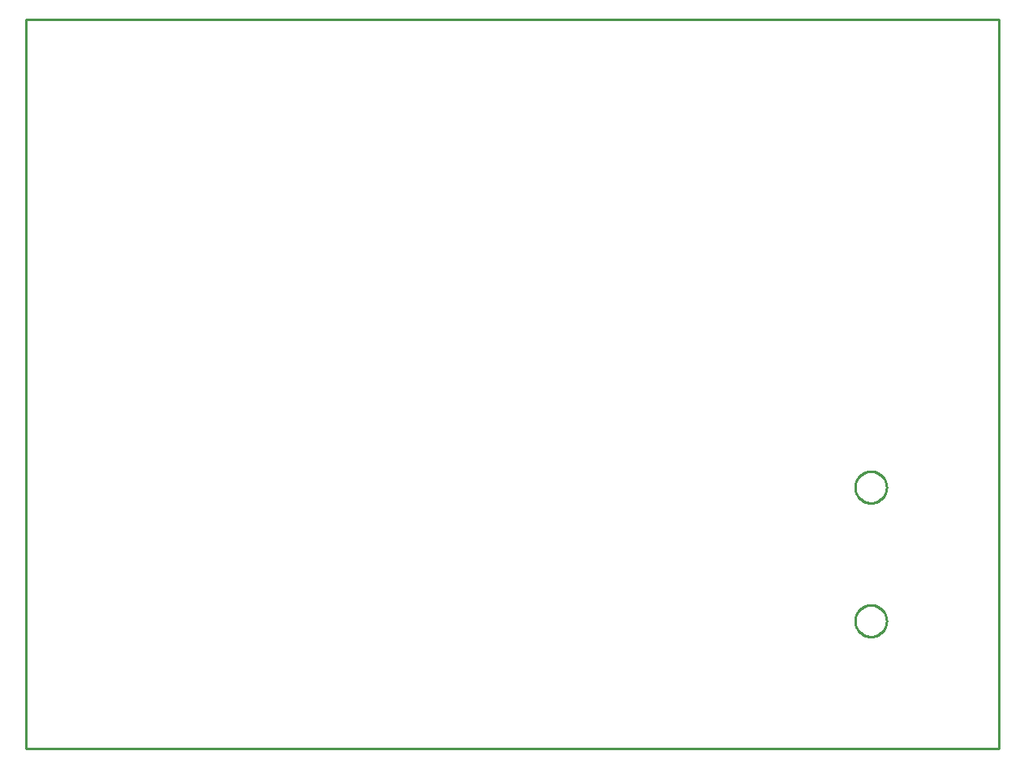
<source format=gbr>
G04 EAGLE Gerber RS-274X export*
G75*
%MOMM*%
%FSLAX34Y34*%
%LPD*%
%IN*%
%IPPOS*%
%AMOC8*
5,1,8,0,0,1.08239X$1,22.5*%
G01*
%ADD10C,0.254000*%


D10*
X0Y0D02*
X1016000Y0D01*
X1016000Y762000D01*
X0Y762000D01*
X0Y0D01*
X899160Y272510D02*
X899089Y271431D01*
X898948Y270359D01*
X898737Y269299D01*
X898458Y268255D01*
X898110Y267231D01*
X897696Y266233D01*
X897218Y265263D01*
X896678Y264327D01*
X896077Y263428D01*
X895419Y262571D01*
X894707Y261758D01*
X893942Y260994D01*
X893129Y260281D01*
X892272Y259623D01*
X891373Y259022D01*
X890437Y258482D01*
X889467Y258004D01*
X888469Y257590D01*
X887445Y257242D01*
X886401Y256963D01*
X885341Y256752D01*
X884269Y256611D01*
X883190Y256540D01*
X882110Y256540D01*
X881031Y256611D01*
X879959Y256752D01*
X878899Y256963D01*
X877855Y257242D01*
X876831Y257590D01*
X875833Y258004D01*
X874863Y258482D01*
X873927Y259022D01*
X873028Y259623D01*
X872171Y260281D01*
X871358Y260994D01*
X870594Y261758D01*
X869881Y262571D01*
X869223Y263428D01*
X868622Y264327D01*
X868082Y265263D01*
X867604Y266233D01*
X867190Y267231D01*
X866842Y268255D01*
X866563Y269299D01*
X866352Y270359D01*
X866211Y271431D01*
X866140Y272510D01*
X866140Y273590D01*
X866211Y274669D01*
X866352Y275741D01*
X866563Y276801D01*
X866842Y277845D01*
X867190Y278869D01*
X867604Y279867D01*
X868082Y280837D01*
X868622Y281773D01*
X869223Y282672D01*
X869881Y283529D01*
X870594Y284342D01*
X871358Y285107D01*
X872171Y285819D01*
X873028Y286477D01*
X873927Y287078D01*
X874863Y287618D01*
X875833Y288096D01*
X876831Y288510D01*
X877855Y288858D01*
X878899Y289137D01*
X879959Y289348D01*
X881031Y289489D01*
X882110Y289560D01*
X883190Y289560D01*
X884269Y289489D01*
X885341Y289348D01*
X886401Y289137D01*
X887445Y288858D01*
X888469Y288510D01*
X889467Y288096D01*
X890437Y287618D01*
X891373Y287078D01*
X892272Y286477D01*
X893129Y285819D01*
X893942Y285107D01*
X894707Y284342D01*
X895419Y283529D01*
X896077Y282672D01*
X896678Y281773D01*
X897218Y280837D01*
X897696Y279867D01*
X898110Y278869D01*
X898458Y277845D01*
X898737Y276801D01*
X898948Y275741D01*
X899089Y274669D01*
X899160Y273590D01*
X899160Y272510D01*
X899160Y132810D02*
X899089Y131731D01*
X898948Y130659D01*
X898737Y129599D01*
X898458Y128555D01*
X898110Y127531D01*
X897696Y126533D01*
X897218Y125563D01*
X896678Y124627D01*
X896077Y123728D01*
X895419Y122871D01*
X894707Y122058D01*
X893942Y121294D01*
X893129Y120581D01*
X892272Y119923D01*
X891373Y119322D01*
X890437Y118782D01*
X889467Y118304D01*
X888469Y117890D01*
X887445Y117542D01*
X886401Y117263D01*
X885341Y117052D01*
X884269Y116911D01*
X883190Y116840D01*
X882110Y116840D01*
X881031Y116911D01*
X879959Y117052D01*
X878899Y117263D01*
X877855Y117542D01*
X876831Y117890D01*
X875833Y118304D01*
X874863Y118782D01*
X873927Y119322D01*
X873028Y119923D01*
X872171Y120581D01*
X871358Y121294D01*
X870594Y122058D01*
X869881Y122871D01*
X869223Y123728D01*
X868622Y124627D01*
X868082Y125563D01*
X867604Y126533D01*
X867190Y127531D01*
X866842Y128555D01*
X866563Y129599D01*
X866352Y130659D01*
X866211Y131731D01*
X866140Y132810D01*
X866140Y133890D01*
X866211Y134969D01*
X866352Y136041D01*
X866563Y137101D01*
X866842Y138145D01*
X867190Y139169D01*
X867604Y140167D01*
X868082Y141137D01*
X868622Y142073D01*
X869223Y142972D01*
X869881Y143829D01*
X870594Y144642D01*
X871358Y145407D01*
X872171Y146119D01*
X873028Y146777D01*
X873927Y147378D01*
X874863Y147918D01*
X875833Y148396D01*
X876831Y148810D01*
X877855Y149158D01*
X878899Y149437D01*
X879959Y149648D01*
X881031Y149789D01*
X882110Y149860D01*
X883190Y149860D01*
X884269Y149789D01*
X885341Y149648D01*
X886401Y149437D01*
X887445Y149158D01*
X888469Y148810D01*
X889467Y148396D01*
X890437Y147918D01*
X891373Y147378D01*
X892272Y146777D01*
X893129Y146119D01*
X893942Y145407D01*
X894707Y144642D01*
X895419Y143829D01*
X896077Y142972D01*
X896678Y142073D01*
X897218Y141137D01*
X897696Y140167D01*
X898110Y139169D01*
X898458Y138145D01*
X898737Y137101D01*
X898948Y136041D01*
X899089Y134969D01*
X899160Y133890D01*
X899160Y132810D01*
M02*

</source>
